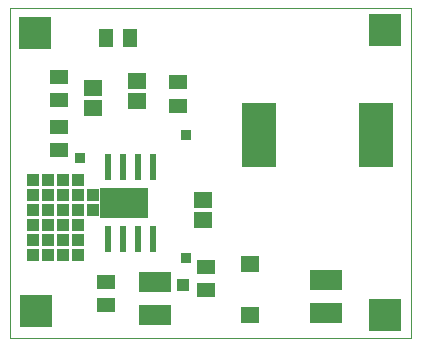
<source format=gts>
G75*
%MOIN*%
%OFA0B0*%
%FSLAX25Y25*%
%IPPOS*%
%LPD*%
%AMOC8*
5,1,8,0,0,1.08239X$1,22.5*
%
%ADD10C,0.00000*%
%ADD11R,0.16063X0.09843*%
%ADD12R,0.11030X0.06699*%
%ADD13R,0.06306X0.05518*%
%ADD14R,0.06187X0.05400*%
%ADD15R,0.11817X0.21660*%
%ADD16R,0.05912X0.04731*%
%ADD17R,0.04731X0.05912*%
%ADD18R,0.02369X0.09061*%
%ADD19R,0.03569X0.03569*%
%ADD20R,0.03962X0.03962*%
%ADD21R,0.11030X0.11030*%
D10*
X0004162Y0004162D02*
X0004162Y0114123D01*
X0137863Y0114123D01*
X0137863Y0004162D01*
X0004162Y0004162D01*
D11*
X0042194Y0049241D03*
D12*
X0052391Y0022863D03*
X0052391Y0011839D03*
X0109359Y0012509D03*
X0109359Y0023532D03*
D13*
X0068611Y0043316D03*
X0068611Y0050009D03*
X0031662Y0080816D03*
X0031662Y0087509D03*
X0046524Y0089871D03*
X0046524Y0083178D03*
D14*
X0084162Y0028729D03*
X0084162Y0011800D03*
D15*
X0087174Y0071662D03*
X0126150Y0071662D03*
D16*
X0069438Y0027824D03*
X0069438Y0019950D03*
X0036170Y0022824D03*
X0036170Y0014950D03*
X0020619Y0066682D03*
X0020619Y0074556D03*
X0020619Y0083276D03*
X0020619Y0091150D03*
X0060206Y0089280D03*
X0060206Y0081406D03*
D17*
X0044143Y0104024D03*
X0036269Y0104024D03*
D18*
X0036702Y0061162D03*
X0041702Y0061162D03*
X0046702Y0061162D03*
X0051662Y0061162D03*
X0051662Y0037162D03*
X0046662Y0037162D03*
X0041662Y0037162D03*
X0036662Y0037162D03*
D19*
X0062843Y0030619D03*
X0027430Y0064162D03*
X0062843Y0071662D03*
D20*
X0046662Y0051662D03*
X0046662Y0046662D03*
X0041662Y0046662D03*
X0036662Y0046662D03*
X0031662Y0046662D03*
X0026662Y0046662D03*
X0021662Y0046662D03*
X0021662Y0041662D03*
X0026662Y0041662D03*
X0026662Y0036662D03*
X0021662Y0036662D03*
X0021662Y0031662D03*
X0026662Y0031662D03*
X0016662Y0031662D03*
X0011662Y0031662D03*
X0011662Y0036662D03*
X0016662Y0036662D03*
X0016662Y0041662D03*
X0011662Y0041662D03*
X0011662Y0046662D03*
X0016662Y0046662D03*
X0016662Y0051662D03*
X0011662Y0051662D03*
X0011662Y0056662D03*
X0016662Y0056662D03*
X0021662Y0056662D03*
X0026662Y0056662D03*
X0026662Y0051662D03*
X0021662Y0051662D03*
X0031662Y0051662D03*
X0036662Y0051662D03*
X0041662Y0051662D03*
X0061662Y0021662D03*
D21*
X0012981Y0012981D03*
X0012430Y0105737D03*
X0129162Y0106662D03*
X0129162Y0011662D03*
M02*

</source>
